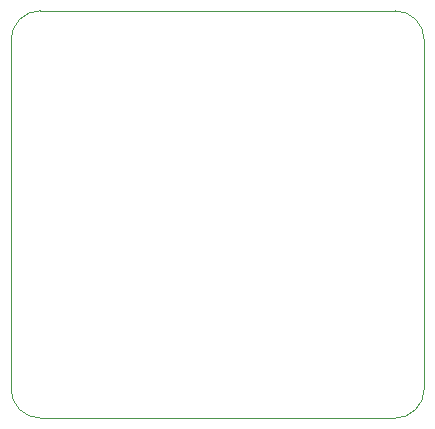
<source format=gbr>
%TF.GenerationSoftware,KiCad,Pcbnew,8.0.1*%
%TF.CreationDate,2024-03-24T23:32:15+02:00*%
%TF.ProjectId,PowerSubsystem,506f7765-7253-4756-9273-797374656d2e,rev?*%
%TF.SameCoordinates,Original*%
%TF.FileFunction,Profile,NP*%
%FSLAX46Y46*%
G04 Gerber Fmt 4.6, Leading zero omitted, Abs format (unit mm)*
G04 Created by KiCad (PCBNEW 8.0.1) date 2024-03-24 23:32:15*
%MOMM*%
%LPD*%
G01*
G04 APERTURE LIST*
%TA.AperFunction,Profile*%
%ADD10C,0.100000*%
%TD*%
G04 APERTURE END LIST*
D10*
X162500000Y-82000000D02*
G75*
G02*
X160000000Y-79500000I0J2500000D01*
G01*
X195000000Y-79500000D02*
G75*
G02*
X192500000Y-82000000I-2500000J0D01*
G01*
X192500000Y-47500000D02*
G75*
G02*
X195000000Y-50000000I0J-2500000D01*
G01*
X160000000Y-50000000D02*
G75*
G02*
X162500000Y-47500000I2500000J0D01*
G01*
X160000000Y-79500000D02*
X160000000Y-50000000D01*
X192500000Y-82000000D02*
X162500000Y-82000000D01*
X195000000Y-50000000D02*
X195000000Y-79500000D01*
X162500000Y-47500000D02*
X192500000Y-47500000D01*
M02*

</source>
